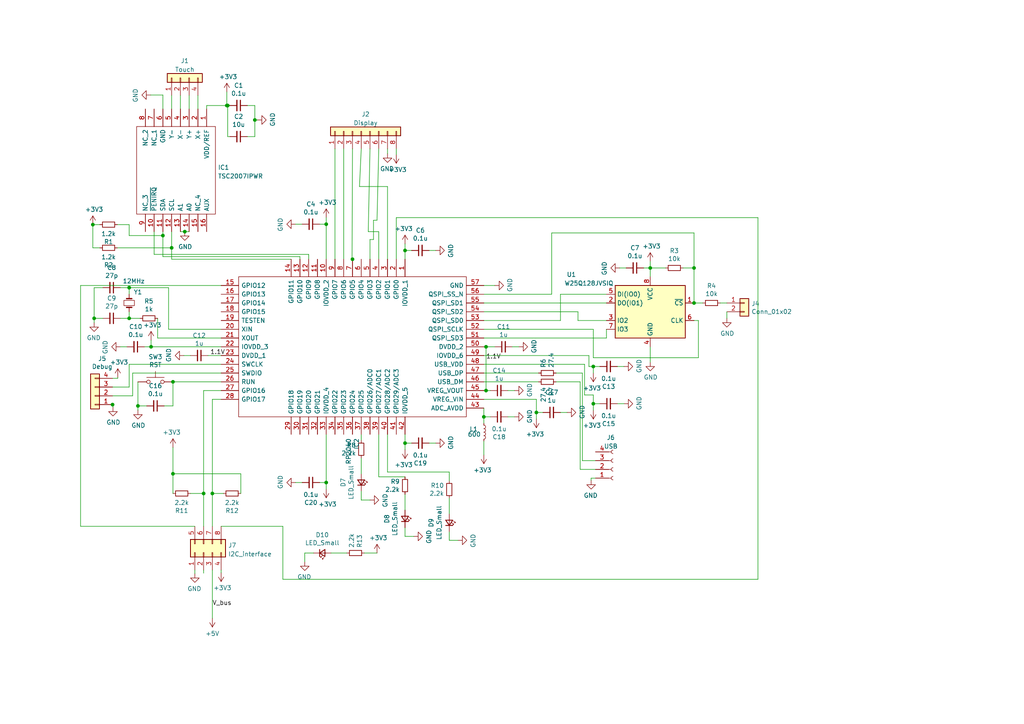
<source format=kicad_sch>
(kicad_sch (version 20211123) (generator eeschema)
  (paper "A4")
  (lib_symbols
    (symbol "Connector:Conn_01x04_Female" (pin_names (offset 1.016) hide)
      (property "Reference" "J" (at 0 5.08 0))
      (property "Value" "Conn_01x04_Female" (at 0 -7.62 0))
      (symbol "Conn_01x04_Female_1_1"
        (arc (start 0 -4.572) (mid -0.508 -5.08) (end 0 -5.588) (stroke (width 0.1524)))
        (arc (start 0 -2.032) (mid -0.508 -2.54) (end 0 -3.048) (stroke (width 0.1524)))
        (polyline (pts (xy -1.27 -5.08) (xy -0.508 -5.08)) (stroke (width 0.1524)))
        (polyline (pts (xy -1.27 -2.54) (xy -0.508 -2.54)) (stroke (width 0.1524)))
        (polyline (pts (xy -1.27 0) (xy -0.508 0)) (stroke (width 0.1524)))
        (polyline (pts (xy -1.27 2.54) (xy -0.508 2.54)) (stroke (width 0.1524)))
        (arc (start 0 0.508) (mid -0.508 0) (end 0 -0.508) (stroke (width 0.1524)))
        (arc (start 0 3.048) (mid -0.508 2.54) (end 0 2.032) (stroke (width 0.1524)))
        (pin passive line (at -5.08 2.54 0) (length 3.81) (name "Pin_1") (number "1"))
        (pin passive line (at -5.08 0 0) (length 3.81) (name "Pin_2") (number "2"))
        (pin passive line (at -5.08 -2.54 0) (length 3.81) (name "Pin_3") (number "3"))
        (pin passive line (at -5.08 -5.08 0) (length 3.81) (name "Pin_4") (number "4"))
      )
    )
    (symbol "Connector_Generic:Conn_01x02" (pin_names (offset 1.016) hide)
      (property "Reference" "J" (at 0 2.54 0))
      (property "Value" "Conn_01x02" (at 0 -5.08 0))
      (symbol "Conn_01x02_1_1"
        (rectangle (start -1.27 -2.413) (end 0 -2.667) (stroke (width 0.1524)))
        (rectangle (start -1.27 0.127) (end 0 -0.127) (stroke (width 0.1524)))
        (rectangle (start -1.27 1.27) (end 1.27 -3.81) (stroke (width 0.254)) (fill (type background)))
        (pin passive line (at -5.08 0 0) (length 3.81) (name "Pin_1") (number "1"))
        (pin passive line (at -5.08 -2.54 0) (length 3.81) (name "Pin_2") (number "2"))
      )
    )
    (symbol "Connector_Generic:Conn_01x04" (pin_names (offset 1.016) hide)
      (property "Reference" "J" (at 0 5.08 0))
      (property "Value" "Conn_01x04" (at 0 -7.62 0))
      (symbol "Conn_01x04_1_1"
        (rectangle (start -1.27 -4.953) (end 0 -5.207) (stroke (width 0.1524)))
        (rectangle (start -1.27 -2.413) (end 0 -2.667) (stroke (width 0.1524)))
        (rectangle (start -1.27 0.127) (end 0 -0.127) (stroke (width 0.1524)))
        (rectangle (start -1.27 2.667) (end 0 2.413) (stroke (width 0.1524)))
        (rectangle (start -1.27 3.81) (end 1.27 -6.35) (stroke (width 0.254)) (fill (type background)))
        (pin passive line (at -5.08 2.54 0) (length 3.81) (name "Pin_1") (number "1"))
        (pin passive line (at -5.08 0 0) (length 3.81) (name "Pin_2") (number "2"))
        (pin passive line (at -5.08 -2.54 0) (length 3.81) (name "Pin_3") (number "3"))
        (pin passive line (at -5.08 -5.08 0) (length 3.81) (name "Pin_4") (number "4"))
      )
    )
    (symbol "Connector_Generic:Conn_01x08" (pin_names (offset 1.016) hide)
      (property "Reference" "J" (at 0 10.16 0))
      (property "Value" "Conn_01x08" (at 0 -12.7 0))
      (symbol "Conn_01x08_1_1"
        (rectangle (start -1.27 -10.033) (end 0 -10.287) (stroke (width 0.1524)))
        (rectangle (start -1.27 -7.493) (end 0 -7.747) (stroke (width 0.1524)))
        (rectangle (start -1.27 -4.953) (end 0 -5.207) (stroke (width 0.1524)))
        (rectangle (start -1.27 -2.413) (end 0 -2.667) (stroke (width 0.1524)))
        (rectangle (start -1.27 0.127) (end 0 -0.127) (stroke (width 0.1524)))
        (rectangle (start -1.27 2.667) (end 0 2.413) (stroke (width 0.1524)))
        (rectangle (start -1.27 5.207) (end 0 4.953) (stroke (width 0.1524)))
        (rectangle (start -1.27 7.747) (end 0 7.493) (stroke (width 0.1524)))
        (rectangle (start -1.27 8.89) (end 1.27 -11.43) (stroke (width 0.254)) (fill (type background)))
        (pin passive line (at -5.08 7.62 0) (length 3.81) (name "Pin_1") (number "1"))
        (pin passive line (at -5.08 5.08 0) (length 3.81) (name "Pin_2") (number "2"))
        (pin passive line (at -5.08 2.54 0) (length 3.81) (name "Pin_3") (number "3"))
        (pin passive line (at -5.08 0 0) (length 3.81) (name "Pin_4") (number "4"))
        (pin passive line (at -5.08 -2.54 0) (length 3.81) (name "Pin_5") (number "5"))
        (pin passive line (at -5.08 -5.08 0) (length 3.81) (name "Pin_6") (number "6"))
        (pin passive line (at -5.08 -7.62 0) (length 3.81) (name "Pin_7") (number "7"))
        (pin passive line (at -5.08 -10.16 0) (length 3.81) (name "Pin_8") (number "8"))
      )
    )
    (symbol "Connector_Generic:Conn_02x04_Top_Bottom" (pin_names (offset 1.016) hide)
      (property "Reference" "J" (at 1.27 5.08 0))
      (property "Value" "Conn_02x04_Top_Bottom" (at 1.27 -7.62 0))
      (symbol "Conn_02x04_Top_Bottom_1_1"
        (rectangle (start -1.27 -4.953) (end 0 -5.207) (stroke (width 0.1524)))
        (rectangle (start -1.27 -2.413) (end 0 -2.667) (stroke (width 0.1524)))
        (rectangle (start -1.27 0.127) (end 0 -0.127) (stroke (width 0.1524)))
        (rectangle (start -1.27 2.667) (end 0 2.413) (stroke (width 0.1524)))
        (rectangle (start -1.27 3.81) (end 3.81 -6.35) (stroke (width 0.254)) (fill (type background)))
        (rectangle (start 3.81 -4.953) (end 2.54 -5.207) (stroke (width 0.1524)))
        (rectangle (start 3.81 -2.413) (end 2.54 -2.667) (stroke (width 0.1524)))
        (rectangle (start 3.81 0.127) (end 2.54 -0.127) (stroke (width 0.1524)))
        (rectangle (start 3.81 2.667) (end 2.54 2.413) (stroke (width 0.1524)))
        (pin passive line (at -5.08 2.54 0) (length 3.81) (name "Pin_1") (number "1"))
        (pin passive line (at -5.08 0 0) (length 3.81) (name "Pin_2") (number "2"))
        (pin passive line (at -5.08 -2.54 0) (length 3.81) (name "Pin_3") (number "3"))
        (pin passive line (at -5.08 -5.08 0) (length 3.81) (name "Pin_4") (number "4"))
        (pin passive line (at 7.62 2.54 180) (length 3.81) (name "Pin_5") (number "5"))
        (pin passive line (at 7.62 0 180) (length 3.81) (name "Pin_6") (number "6"))
        (pin passive line (at 7.62 -2.54 180) (length 3.81) (name "Pin_7") (number "7"))
        (pin passive line (at 7.62 -5.08 180) (length 3.81) (name "Pin_8") (number "8"))
      )
    )
    (symbol "Device:C_Small" (pin_numbers hide) (pin_names (offset 0.254) hide)
      (property "Reference" "C" (at 0.254 1.778 0))
      (property "Value" "C_Small" (at 0.254 -2.032 0))
      (symbol "C_Small_0_1"
        (polyline (pts (xy -1.524 -0.508) (xy 1.524 -0.508)) (stroke (width 0.3302)))
        (polyline (pts (xy -1.524 0.508) (xy 1.524 0.508)) (stroke (width 0.3048)))
      )
      (symbol "C_Small_1_1"
        (pin passive line (at 0 2.54 270) (length 2.032) (name "~") (number "1"))
        (pin passive line (at 0 -2.54 90) (length 2.032) (name "~") (number "2"))
      )
    )
    (symbol "Device:Crystal_Small" (pin_numbers hide) (pin_names (offset 1.016) hide)
      (property "Reference" "Y" (at 0 2.54 0))
      (property "Value" "Crystal_Small" (at 0 -2.54 0))
      (symbol "Crystal_Small_0_1"
        (rectangle (start -0.762 -1.524) (end 0.762 1.524))
        (polyline (pts (xy -1.27 -0.762) (xy -1.27 0.762)) (stroke (width 0.381)))
        (polyline (pts (xy 1.27 -0.762) (xy 1.27 0.762)) (stroke (width 0.381)))
      )
      (symbol "Crystal_Small_1_1"
        (pin passive line (at -2.54 0 0) (length 1.27) (name "1") (number "1"))
        (pin passive line (at 2.54 0 180) (length 1.27) (name "2") (number "2"))
      )
    )
    (symbol "Device:LED_Small" (pin_numbers hide) (pin_names (offset 0.254) hide)
      (property "Reference" "D" (at -1.27 3.175 0))
      (property "Value" "LED_Small" (at -4.445 -2.54 0))
      (symbol "LED_Small_0_1"
        (polyline (pts (xy -0.762 -1.016) (xy -0.762 1.016)) (stroke (width 0.254)))
        (polyline (pts (xy 1.016 0) (xy -0.762 0)))
        (polyline (pts (xy 0.762 -1.016) (xy -0.762 0) (xy 0.762 1.016) (xy 0.762 -1.016)) (stroke (width 0.254)))
        (polyline (pts (xy 0 0.762) (xy -0.508 1.27) (xy -0.254 1.27) (xy -0.508 1.27) (xy -0.508 1.016)))
        (polyline (pts (xy 0.508 1.27) (xy 0 1.778) (xy 0.254 1.778) (xy 0 1.778) (xy 0 1.524)))
      )
      (symbol "LED_Small_1_1"
        (pin passive line (at -2.54 0 0) (length 1.778) (name "K") (number "1"))
        (pin passive line (at 2.54 0 180) (length 1.778) (name "A") (number "2"))
      )
    )
    (symbol "Device:L_Small" (pin_numbers hide) (pin_names (offset 0.254) hide)
      (property "Reference" "L" (at 0.762 1.016 0))
      (property "Value" "L_Small" (at 0.762 -1.016 0))
      (symbol "L_Small_0_1"
        (arc (start 0 -2.032) (mid 0.508 -1.524) (end 0 -1.016))
        (arc (start 0 -1.016) (mid 0.508 -0.508) (end 0 0))
        (arc (start 0 0) (mid 0.508 0.508) (end 0 1.016))
        (arc (start 0 1.016) (mid 0.508 1.524) (end 0 2.032))
      )
      (symbol "L_Small_1_1"
        (pin passive line (at 0 2.54 270) (length 0.508) (name "~") (number "1"))
        (pin passive line (at 0 -2.54 90) (length 0.508) (name "~") (number "2"))
      )
    )
    (symbol "Device:R_Small" (pin_numbers hide) (pin_names (offset 0.254) hide)
      (property "Reference" "R" (at 0.762 0.508 0))
      (property "Value" "R_Small" (at 0.762 -1.016 0))
      (symbol "R_Small_0_1"
        (rectangle (start -0.762 1.778) (end 0.762 -1.778) (stroke (width 0.2032)))
      )
      (symbol "R_Small_1_1"
        (pin passive line (at 0 2.54 270) (length 0.762) (name "~") (number "1"))
        (pin passive line (at 0 -2.54 90) (length 0.762) (name "~") (number "2"))
      )
    )
    (symbol "Memory_Flash:W25Q32JVSS"
      (property "Reference" "U" (at -8.89 8.89 0))
      (property "Value" "W25Q32JVSS" (at 7.62 8.89 0))
      (symbol "W25Q32JVSS_0_1"
        (rectangle (start -10.16 7.62) (end 10.16 -7.62) (stroke (width 0.254)) (fill (type background)))
      )
      (symbol "W25Q32JVSS_1_1"
        (pin input line (at -12.7 2.54 0) (length 2.54) (name "~{CS}") (number "1"))
        (pin bidirectional line (at 12.7 2.54 180) (length 2.54) (name "DO(IO1)") (number "2"))
        (pin bidirectional line (at 12.7 -2.54 180) (length 2.54) (name "IO2") (number "3"))
        (pin power_in line (at 0 -10.16 90) (length 2.54) (name "GND") (number "4"))
        (pin bidirectional line (at 12.7 5.08 180) (length 2.54) (name "DI(IO0)") (number "5"))
        (pin input line (at -12.7 -2.54 0) (length 2.54) (name "CLK") (number "6"))
        (pin bidirectional line (at 12.7 -5.08 180) (length 2.54) (name "IO3") (number "7"))
        (pin power_in line (at 0 10.16 270) (length 2.54) (name "VCC") (number "8"))
      )
    )
    (symbol "Switch:SW_Push" (pin_numbers hide) (pin_names (offset 1.016) hide)
      (property "Reference" "SW" (at 1.27 2.54 0))
      (property "Value" "SW_Push" (at 0 -1.524 0))
      (symbol "SW_Push_0_1"
        (circle (center -2.032 0) (radius 0.508))
        (polyline (pts (xy 0 1.27) (xy 0 3.048)))
        (polyline (pts (xy 2.54 1.27) (xy -2.54 1.27)))
        (circle (center 2.032 0) (radius 0.508))
        (pin passive line (at -5.08 0 0) (length 2.54) (name "1") (number "1"))
        (pin passive line (at 5.08 0 180) (length 2.54) (name "2") (number "2"))
      )
    )
    (symbol "TSC2007IPWR:TSC2007IPWR" (pin_names (offset 0.762))
      (property "Reference" "IC" (at 31.75 7.62 0))
      (property "Value" "TSC2007IPWR" (at 31.75 5.08 0))
      (symbol "TSC2007IPWR_0_0"
        (pin passive line (at 0 0 0) (length 5.08) (name "VDD/REF") (number "1"))
        (pin passive line (at 35.56 -15.24 180) (length 5.08) (name "~{PENIRQ}") (number "10"))
        (pin passive line (at 35.56 -12.7 180) (length 5.08) (name "SDA") (number "11"))
        (pin passive line (at 35.56 -10.16 180) (length 5.08) (name "SCL") (number "12"))
        (pin passive line (at 35.56 -7.62 180) (length 5.08) (name "A1") (number "13"))
        (pin passive line (at 35.56 -5.08 180) (length 5.08) (name "A0") (number "14"))
        (pin passive line (at 35.56 -2.54 180) (length 5.08) (name "NC_4") (number "15"))
        (pin passive line (at 35.56 0 180) (length 5.08) (name "AUX") (number "16"))
        (pin passive line (at 0 -2.54 0) (length 5.08) (name "X+") (number "2"))
        (pin passive line (at 0 -5.08 0) (length 5.08) (name "Y+") (number "3"))
        (pin passive line (at 0 -7.62 0) (length 5.08) (name "X-") (number "4"))
        (pin passive line (at 0 -10.16 0) (length 5.08) (name "Y-") (number "5"))
        (pin passive line (at 0 -12.7 0) (length 5.08) (name "GND") (number "6"))
        (pin passive line (at 0 -15.24 0) (length 5.08) (name "NC_1") (number "7"))
        (pin passive line (at 0 -17.78 0) (length 5.08) (name "NC_2") (number "8"))
        (pin passive line (at 35.56 -17.78 180) (length 5.08) (name "NC_3") (number "9"))
      )
      (symbol "TSC2007IPWR_0_1"
        (polyline (pts (xy 5.08 2.54) (xy 30.48 2.54) (xy 30.48 -20.32) (xy 5.08 -20.32) (xy 5.08 2.54)) (stroke (width 0.1524)))
      )
    )
    (symbol "VNA-rescue:+3.3V-power" (power) (pin_names (offset 0))
      (property "Value" "+3.3V-power" (at 0 3.556 0))
      (symbol "+3.3V-power_0_1"
        (polyline (pts (xy -0.762 1.27) (xy 0 2.54)))
        (polyline (pts (xy 0 0) (xy 0 2.54)))
        (polyline (pts (xy 0 2.54) (xy 0.762 1.27)))
      )
      (symbol "+3.3V-power_1_1"
        (pin power_in line (at 0 0 90) (length 0) hide (name "+3V3") (number "1"))
      )
    )
    (symbol "VNA-rescue:RP2040-RP2040" (pin_names (offset 0.762))
      (property "Reference" "IC" (at 46.99 22.86 0))
      (property "Value" "RP2040-RP2040" (at 46.99 20.32 0))
      (symbol "RP2040-RP2040_0_0"
        (pin passive line (at 0 0 0) (length 5.08) (name "IOVDD_1") (number "1"))
        (pin passive line (at 0 -22.86 0) (length 5.08) (name "IOVDD_2") (number "10"))
        (pin passive line (at 0 -25.4 0) (length 5.08) (name "GPIO8") (number "11"))
        (pin passive line (at 0 -27.94 0) (length 5.08) (name "GPIO9") (number "12"))
        (pin passive line (at 0 -30.48 0) (length 5.08) (name "GPIO10") (number "13"))
        (pin passive line (at 0 -33.02 0) (length 5.08) (name "GPIO11") (number "14"))
        (pin passive line (at 7.62 -53.34 90) (length 5.08) (name "GPIO12") (number "15"))
        (pin passive line (at 10.16 -53.34 90) (length 5.08) (name "GPIO13") (number "16"))
        (pin passive line (at 12.7 -53.34 90) (length 5.08) (name "GPIO14") (number "17"))
        (pin passive line (at 15.24 -53.34 90) (length 5.08) (name "GPIO15") (number "18"))
        (pin passive line (at 17.78 -53.34 90) (length 5.08) (name "TESTEN") (number "19"))
        (pin passive line (at 0 -2.54 0) (length 5.08) (name "GPIO0") (number "2"))
        (pin passive line (at 20.32 -53.34 90) (length 5.08) (name "XIN") (number "20"))
        (pin passive line (at 22.86 -53.34 90) (length 5.08) (name "XOUT") (number "21"))
        (pin passive line (at 25.4 -53.34 90) (length 5.08) (name "IOVDD_3") (number "22"))
        (pin passive line (at 27.94 -53.34 90) (length 5.08) (name "DVDD_1") (number "23"))
        (pin passive line (at 30.48 -53.34 90) (length 5.08) (name "SWCLK") (number "24"))
        (pin passive line (at 33.02 -53.34 90) (length 5.08) (name "SWDIO") (number "25"))
        (pin passive line (at 35.56 -53.34 90) (length 5.08) (name "RUN") (number "26"))
        (pin passive line (at 38.1 -53.34 90) (length 5.08) (name "GPIO16") (number "27"))
        (pin passive line (at 40.64 -53.34 90) (length 5.08) (name "GPIO17") (number "28"))
        (pin passive line (at 50.8 -33.02 180) (length 5.08) (name "GPIO18") (number "29"))
        (pin passive line (at 0 -5.08 0) (length 5.08) (name "GPIO1") (number "3"))
        (pin passive line (at 50.8 -30.48 180) (length 5.08) (name "GPIO19") (number "30"))
        (pin passive line (at 50.8 -27.94 180) (length 5.08) (name "GPIO20") (number "31"))
        (pin passive line (at 50.8 -25.4 180) (length 5.08) (name "GPIO21") (number "32"))
        (pin passive line (at 50.8 -22.86 180) (length 5.08) (name "IOVDD_4") (number "33"))
        (pin passive line (at 50.8 -20.32 180) (length 5.08) (name "GPIO22") (number "34"))
        (pin passive line (at 50.8 -17.78 180) (length 5.08) (name "GPIO23") (number "35"))
        (pin passive line (at 50.8 -15.24 180) (length 5.08) (name "GPIO24") (number "36"))
        (pin passive line (at 50.8 -12.7 180) (length 5.08) (name "GPIO25") (number "37"))
        (pin passive line (at 50.8 -10.16 180) (length 5.08) (name "GPIO26/ADC0") (number "38"))
        (pin passive line (at 50.8 -7.62 180) (length 5.08) (name "GPIO27/ADC1") (number "39"))
        (pin passive line (at 0 -7.62 0) (length 5.08) (name "GPIO2") (number "4"))
        (pin passive line (at 50.8 -5.08 180) (length 5.08) (name "GPIO28/ADC2") (number "40"))
        (pin passive line (at 50.8 -2.54 180) (length 5.08) (name "GPIO29/ADC3") (number "41"))
        (pin passive line (at 50.8 0 180) (length 5.08) (name "IOVDD_5") (number "42"))
        (pin passive line (at 43.18 22.86 270) (length 5.08) (name "ADC_AVDD") (number "43"))
        (pin passive line (at 40.64 22.86 270) (length 5.08) (name "VREG_VIN") (number "44"))
        (pin passive line (at 38.1 22.86 270) (length 5.08) (name "VREG_VOUT") (number "45"))
        (pin passive line (at 35.56 22.86 270) (length 5.08) (name "USB_DM") (number "46"))
        (pin passive line (at 33.02 22.86 270) (length 5.08) (name "USB_DP") (number "47"))
        (pin passive line (at 30.48 22.86 270) (length 5.08) (name "USB_VDD") (number "48"))
        (pin passive line (at 27.94 22.86 270) (length 5.08) (name "IOVDD_6") (number "49"))
        (pin passive line (at 0 -10.16 0) (length 5.08) (name "GPIO3") (number "5"))
        (pin passive line (at 25.4 22.86 270) (length 5.08) (name "DVDD_2") (number "50"))
        (pin passive line (at 22.86 22.86 270) (length 5.08) (name "QSPI_SD3") (number "51"))
        (pin passive line (at 20.32 22.86 270) (length 5.08) (name "QSPI_SCLK") (number "52"))
        (pin passive line (at 17.78 22.86 270) (length 5.08) (name "QSPI_SD0") (number "53"))
        (pin passive line (at 15.24 22.86 270) (length 5.08) (name "QSPI_SD2") (number "54"))
        (pin passive line (at 12.7 22.86 270) (length 5.08) (name "QSPI_SD1") (number "55"))
        (pin passive line (at 10.16 22.86 270) (length 5.08) (name "QSPI_SS_N") (number "56"))
        (pin passive line (at 7.62 22.86 270) (length 5.08) (name "GND") (number "57"))
        (pin passive line (at 0 -12.7 0) (length 5.08) (name "GPIO4") (number "6"))
        (pin passive line (at 0 -15.24 0) (length 5.08) (name "GPIO5") (number "7"))
        (pin passive line (at 0 -17.78 0) (length 5.08) (name "GPIO6") (number "8"))
        (pin passive line (at 0 -20.32 0) (length 5.08) (name "GPIO7") (number "9"))
      )
      (symbol "RP2040-RP2040_0_1"
        (polyline (pts (xy 5.08 17.78) (xy 45.72 17.78) (xy 45.72 -48.26) (xy 5.08 -48.26) (xy 5.08 17.78)) (stroke (width 0.1524)))
      )
    )
    (symbol "power:+5V" (power) (pin_names (offset 0))
      (property "Value" "+5V" (at 0 3.556 0))
      (symbol "+5V_0_1"
        (polyline (pts (xy -0.762 1.27) (xy 0 2.54)))
        (polyline (pts (xy 0 0) (xy 0 2.54)))
        (polyline (pts (xy 0 2.54) (xy 0.762 1.27)))
      )
      (symbol "+5V_1_1"
        (pin power_in line (at 0 0 90) (length 0) hide (name "+5V") (number "1"))
      )
    )
    (symbol "power:GND" (power) (pin_names (offset 0))
      (property "Value" "GND" (at 0 -3.81 0))
      (symbol "GND_0_1"
        (polyline (pts (xy 0 0) (xy 0 -1.27) (xy 1.27 -1.27) (xy 0 -2.54) (xy -1.27 -1.27) (xy 0 -1.27)))
      )
      (symbol "GND_1_1"
        (pin power_in line (at 0 0 270) (length 0) hide (name "GND") (number "1"))
      )
    )
  )
  (junction (at 50.165 137.414))
  (junction (at 117.475 128.524))
  (junction (at 65.786 30.607))
  (junction (at 27.305 92.329))
  (junction (at 117.475 72.644))
  (junction (at 53.594 67.183))
  (junction (at 172.085 117.094))
  (junction (at 40.005 117.729))
  (junction (at 37.465 83.439))
  (junction (at 61.595 143.129))
  (junction (at 49.784 71.882))
  (junction (at 140.97 113.284))
  (junction (at 32.639 117.348))
  (junction (at 66.04 30.607))
  (junction (at 73.914 34.798))
  (junction (at 26.924 65.151))
  (junction (at 94.615 65.024))
  (junction (at 50.165 110.744))
  (junction (at 59.055 143.129))
  (junction (at 172.085 106.299))
  (junction (at 155.575 119.634))
  (junction (at 188.595 77.724))
  (junction (at 201.295 77.724))
  (junction (at 47.244 68.326))
  (junction (at 37.465 92.329))
  (junction (at 201.295 87.884))
  (junction (at 140.97 100.584))
  (junction (at 102.235 75.184))
  (junction (at 94.615 139.954))
  (junction (at 43.815 100.584))
  (junction (at 140.335 120.904))
  (wire (pts (xy 53.594 67.183) (xy 54.864 67.183)))
  (wire (pts (xy 210.82 87.884) (xy 208.915 87.884)))
  (wire (pts (xy 107.315 145.034) (xy 104.775 145.034)))
  (wire (pts (xy 112.395 43.18) (xy 112.395 44.577)))
  (wire (pts (xy 48.895 83.439) (xy 37.465 83.439)))
  (wire (pts (xy 112.395 54.102) (xy 104.267 54.102)))
  (wire (pts (xy 170.815 103.124) (xy 140.335 103.124)))
  (wire (pts (xy 94.615 141.859) (xy 94.615 139.954)))
  (wire (pts (xy 104.775 137.414) (xy 104.775 132.842)))
  (wire (pts (xy 140.335 98.044) (xy 175.895 98.044)))
  (wire (pts (xy 88.392 160.401) (xy 90.932 160.401)))
  (wire (pts (xy 86.995 75.184) (xy 86.995 74.422)))
  (wire (pts (xy 114.935 43.18) (xy 114.935 44.831)))
  (wire (pts (xy 59.055 165.354) (xy 59.055 166.243)))
  (wire (pts (xy 94.615 65.024) (xy 94.615 75.184)))
  (wire (pts (xy 61.595 115.824) (xy 64.135 115.824)))
  (wire (pts (xy 168.91 133.604) (xy 168.91 108.204)))
  (wire (pts (xy 32.766 117.348) (xy 32.639 117.348)))
  (wire (pts (xy 50.165 137.414) (xy 50.165 129.794)))
  (wire (pts (xy 50.165 143.129) (xy 50.165 137.414)))
  (wire (pts (xy 112.395 75.184) (xy 112.395 54.102)))
  (wire (pts (xy 26.924 71.882) (xy 26.924 65.151)))
  (wire (pts (xy 64.77 143.129) (xy 61.595 143.129)))
  (wire (pts (xy 52.324 27.686) (xy 52.324 31.623)))
  (wire (pts (xy 82.042 152.654) (xy 64.135 152.654)))
  (wire (pts (xy 37.465 85.344) (xy 37.465 83.439)))
  (wire (pts (xy 102.235 43.18) (xy 102.108 75.184)))
  (wire (pts (xy 160.02 85.344) (xy 140.335 85.344)))
  (wire (pts (xy 69.85 143.129) (xy 69.85 137.414)))
  (wire (pts (xy 170.815 106.299) (xy 170.815 103.124)))
  (wire (pts (xy 37.465 92.329) (xy 37.465 90.424)))
  (wire (pts (xy 172.72 136.144) (xy 168.275 136.144)))
  (wire (pts (xy 160.02 67.564) (xy 160.02 85.344)))
  (wire (pts (xy 124.46 72.644) (xy 126.365 72.644)))
  (wire (pts (xy 219.837 168.021) (xy 82.042 168.021)))
  (wire (pts (xy 168.91 108.204) (xy 161.29 108.204)))
  (wire (pts (xy 59.055 113.284) (xy 59.055 143.129)))
  (wire (pts (xy 140.97 113.284) (xy 140.97 100.584)))
  (wire (pts (xy 47.244 74.422) (xy 47.244 68.326)))
  (wire (pts (xy 44.704 73.787) (xy 44.704 67.183)))
  (wire (pts (xy 203.835 87.884) (xy 201.295 87.884)))
  (wire (pts (xy 117.475 72.644) (xy 117.475 75.184)))
  (wire (pts (xy 172.085 118.999) (xy 172.085 117.094)))
  (wire (pts (xy 140.335 127.889) (xy 140.335 131.953)))
  (wire (pts (xy 23.368 82.804) (xy 23.368 152.654)))
  (wire (pts (xy 157.48 119.634) (xy 155.575 119.634)))
  (wire (pts (xy 94.615 63.119) (xy 94.615 65.024)))
  (wire (pts (xy 34.163 109.728) (xy 32.639 109.728)))
  (wire (pts (xy 155.575 121.539) (xy 155.575 119.634)))
  (wire (pts (xy 64.135 165.354) (xy 64.135 166.116)))
  (wire (pts (xy 188.595 77.724) (xy 188.595 80.264)))
  (wire (pts (xy 117.475 155.575) (xy 117.475 153.035)))
  (wire (pts (xy 156.21 110.744) (xy 140.335 110.744)))
  (wire (pts (xy 188.595 105.029) (xy 188.595 100.584)))
  (wire (pts (xy 64.135 103.124) (xy 60.325 103.124)))
  (wire (pts (xy 40.005 110.744) (xy 40.005 117.729)))
  (wire (pts (xy 48.895 95.504) (xy 48.895 83.439)))
  (wire (pts (xy 89.535 75.184) (xy 89.535 73.787)))
  (wire (pts (xy 45.72 92.329) (xy 45.72 98.044)))
  (wire (pts (xy 140.335 90.424) (xy 167.64 90.424)))
  (wire (pts (xy 27.305 83.439) (xy 29.845 83.439)))
  (wire (pts (xy 40.005 118.999) (xy 40.005 117.729)))
  (wire (pts (xy 86.995 74.422) (xy 47.244 74.422)))
  (wire (pts (xy 202.565 103.759) (xy 202.565 92.964)))
  (wire (pts (xy 36.83 100.584) (xy 34.925 100.584)))
  (wire (pts (xy 198.12 77.724) (xy 201.295 77.724)))
  (wire (pts (xy 34.925 92.329) (xy 37.465 92.329)))
  (wire (pts (xy 65.786 26.67) (xy 65.786 30.607)))
  (wire (pts (xy 38.481 108.204) (xy 38.481 114.808)))
  (wire (pts (xy 117.475 70.739) (xy 117.475 72.644)))
  (wire (pts (xy 117.475 128.524) (xy 117.475 125.984)))
  (wire (pts (xy 27.305 93.599) (xy 27.305 92.329)))
  (wire (pts (xy 47.244 68.326) (xy 47.244 67.183)))
  (wire (pts (xy 108.331 69.469) (xy 107.315 69.469)))
  (wire (pts (xy 173.99 117.094) (xy 172.085 117.094)))
  (wire (pts (xy 172.72 133.604) (xy 168.91 133.604)))
  (wire (pts (xy 171.45 139.319) (xy 171.45 138.684)))
  (wire (pts (xy 47.244 68.326) (xy 37.465 68.326)))
  (wire (pts (xy 94.615 125.984) (xy 94.615 139.954)))
  (wire (pts (xy 61.595 115.824) (xy 61.595 143.129)))
  (wire (pts (xy 45.72 98.044) (xy 64.135 98.044)))
  (wire (pts (xy 89.535 73.787) (xy 44.704 73.787)))
  (wire (pts (xy 169.545 114.554) (xy 169.545 105.664)))
  (wire (pts (xy 66.04 39.624) (xy 66.04 30.607)))
  (wire (pts (xy 37.465 83.439) (xy 34.925 83.439)))
  (wire (pts (xy 140.335 95.504) (xy 172.085 95.504)))
  (wire (pts (xy 179.07 106.299) (xy 180.975 106.299)))
  (wire (pts (xy 193.04 77.724) (xy 188.595 77.724)))
  (wire (pts (xy 32.766 118.11) (xy 32.766 117.348)))
  (wire (pts (xy 47.244 31.623) (xy 47.244 27.559)))
  (wire (pts (xy 66.04 30.607) (xy 66.675 30.607)))
  (wire (pts (xy 112.395 136.906) (xy 112.395 125.984)))
  (wire (pts (xy 66.675 39.624) (xy 66.04 39.624)))
  (wire (pts (xy 49.784 75.184) (xy 49.784 71.882)))
  (wire (pts (xy 59.055 143.129) (xy 59.055 152.654)))
  (wire (pts (xy 114.935 75.184) (xy 114.935 63.119)))
  (wire (pts (xy 82.042 168.021) (xy 82.042 152.654)))
  (wire (pts (xy 130.302 136.906) (xy 112.395 136.906)))
  (wire (pts (xy 59.055 113.284) (xy 64.135 113.284)))
  (wire (pts (xy 173.99 106.299) (xy 172.085 106.299)))
  (wire (pts (xy 168.275 136.144) (xy 168.275 110.744)))
  (wire (pts (xy 140.335 122.809) (xy 140.335 120.904)))
  (wire (pts (xy 106.807 67.183) (xy 109.855 67.183)))
  (wire (pts (xy 64.135 108.204) (xy 38.481 108.204)))
  (wire (pts (xy 34.036 71.882) (xy 49.784 71.882)))
  (wire (pts (xy 155.575 115.824) (xy 155.575 119.634)))
  (wire (pts (xy 104.267 54.102) (xy 104.775 43.18)))
  (wire (pts (xy 61.595 143.129) (xy 61.595 152.654)))
  (wire (pts (xy 38.481 114.808) (xy 32.639 114.808)))
  (wire (pts (xy 23.368 152.654) (xy 56.515 152.654)))
  (wire (pts (xy 147.32 120.904) (xy 149.225 120.904)))
  (wire (pts (xy 104.775 145.034) (xy 104.775 142.494)))
  (wire (pts (xy 120.015 155.575) (xy 117.475 155.575)))
  (wire (pts (xy 201.295 67.564) (xy 160.02 67.564)))
  (wire (pts (xy 169.545 105.664) (xy 140.335 105.664)))
  (wire (pts (xy 172.085 95.504) (xy 172.085 103.759)))
  (wire (pts (xy 97.155 43.18) (xy 97.155 75.184)))
  (wire (pts (xy 109.855 43.18) (xy 109.347 63.881)))
  (wire (pts (xy 34.163 109.474) (xy 34.163 109.728)))
  (wire (pts (xy 57.404 27.686) (xy 57.404 31.623)))
  (wire (pts (xy 32.639 112.268) (xy 37.465 112.268)))
  (wire (pts (xy 92.71 65.024) (xy 94.615 65.024)))
  (wire (pts (xy 64.135 110.744) (xy 50.165 110.744)))
  (wire (pts (xy 162.56 92.964) (xy 162.56 85.344)))
  (wire (pts (xy 109.855 138.303) (xy 109.855 125.984)))
  (wire (pts (xy 167.64 92.964) (xy 175.895 92.964)))
  (wire (pts (xy 107.315 69.469) (xy 107.315 75.184)))
  (wire (pts (xy 73.914 34.798) (xy 73.914 30.607)))
  (wire (pts (xy 140.335 120.904) (xy 140.335 118.364)))
  (wire (pts (xy 140.335 108.204) (xy 156.21 108.204)))
  (wire (pts (xy 202.565 92.964) (xy 201.295 92.964)))
  (wire (pts (xy 47.625 117.729) (xy 50.165 117.729)))
  (wire (pts (xy 143.51 82.804) (xy 140.335 82.804)))
  (wire (pts (xy 73.914 30.607) (xy 71.755 30.607)))
  (wire (pts (xy 172.085 108.204) (xy 172.085 106.299)))
  (wire (pts (xy 37.465 112.268) (xy 37.465 105.664)))
  (wire (pts (xy 71.755 39.624) (xy 73.914 39.624)))
  (wire (pts (xy 37.465 65.151) (xy 34.036 65.151)))
  (wire (pts (xy 55.245 103.124) (xy 53.34 103.124)))
  (wire (pts (xy 50.165 117.729) (xy 50.165 110.744)))
  (wire (pts (xy 219.837 63.119) (xy 219.837 168.021)))
  (wire (pts (xy 59.944 31.623) (xy 59.944 30.607)))
  (wire (pts (xy 167.64 90.424) (xy 167.64 92.964)))
  (wire (pts (xy 171.45 138.684) (xy 172.72 138.684)))
  (wire (pts (xy 29.845 92.329) (xy 27.305 92.329)))
  (wire (pts (xy 41.91 100.584) (xy 43.815 100.584)))
  (wire (pts (xy 117.475 72.644) (xy 119.38 72.644)))
  (wire (pts (xy 168.275 110.744) (xy 161.29 110.744)))
  (wire (pts (xy 124.46 128.524) (xy 126.365 128.524)))
  (wire (pts (xy 47.244 27.559) (xy 43.688 27.559)))
  (wire (pts (xy 181.61 77.724) (xy 179.705 77.724)))
  (wire (pts (xy 142.24 120.904) (xy 140.335 120.904)))
  (wire (pts (xy 188.595 75.819) (xy 188.595 77.724)))
  (wire (pts (xy 61.595 165.354) (xy 61.595 179.324)))
  (wire (pts (xy 117.475 138.303) (xy 109.855 138.303)))
  (wire (pts (xy 104.775 125.984) (xy 104.775 127.762)))
  (wire (pts (xy 130.302 139.446) (xy 130.302 136.906)))
  (wire (pts (xy 64.135 82.804) (xy 23.368 82.804)))
  (wire (pts (xy 37.465 105.664) (xy 64.135 105.664)))
  (wire (pts (xy 59.944 30.607) (xy 65.786 30.607)))
  (wire (pts (xy 52.324 67.183) (xy 53.594 67.183)))
  (wire (pts (xy 69.85 137.414) (xy 50.165 137.414)))
  (wire (pts (xy 84.455 75.184) (xy 49.784 75.184)))
  (wire (pts (xy 99.695 43.18) (xy 99.695 75.184)))
  (wire (pts (xy 73.914 34.798) (xy 74.676 34.798)))
  (wire (pts (xy 142.24 113.284) (xy 140.97 113.284)))
  (wire (pts (xy 172.085 103.759) (xy 202.565 103.759)))
  (wire (pts (xy 92.71 139.954) (xy 94.615 139.954)))
  (wire (pts (xy 109.855 67.183) (xy 109.855 75.184)))
  (wire (pts (xy 179.07 117.094) (xy 180.975 117.094)))
  (wire (pts (xy 201.295 87.884) (xy 201.295 77.724)))
  (wire (pts (xy 132.842 156.718) (xy 130.302 156.718)))
  (wire (pts (xy 49.784 71.882) (xy 49.784 67.183)))
  (wire (pts (xy 87.63 139.954) (xy 85.725 139.954)))
  (wire (pts (xy 143.51 100.584) (xy 140.97 100.584)))
  (wire (pts (xy 172.085 117.094) (xy 172.085 114.554)))
  (wire (pts (xy 88.392 162.941) (xy 88.392 160.401)))
  (wire (pts (xy 43.815 98.679) (xy 43.815 100.584)))
  (wire (pts (xy 155.575 115.824) (xy 140.335 115.824)))
  (wire (pts (xy 109.347 63.881) (xy 108.331 63.881)))
  (wire (pts (xy 162.56 85.344) (xy 175.895 85.344)))
  (wire (pts (xy 73.914 39.624) (xy 73.914 34.798)))
  (wire (pts (xy 40.64 92.329) (xy 37.465 92.329)))
  (wire (pts (xy 210.82 92.329) (xy 210.82 90.424)))
  (wire (pts (xy 37.465 68.326) (xy 37.465 65.151)))
  (wire (pts (xy 117.475 130.429) (xy 117.475 128.524)))
  (wire (pts (xy 43.815 100.584) (xy 64.135 100.584)))
  (wire (pts (xy 28.956 71.882) (xy 26.924 71.882)))
  (wire (pts (xy 27.305 92.329) (xy 27.305 83.439)))
  (wire (pts (xy 148.59 100.584) (xy 150.495 100.584)))
  (wire (pts (xy 140.335 87.884) (xy 175.895 87.884)))
  (wire (pts (xy 186.69 77.724) (xy 188.595 77.724)))
  (wire (pts (xy 140.335 92.964) (xy 162.56 92.964)))
  (wire (pts (xy 175.895 98.044) (xy 175.895 95.504)))
  (wire (pts (xy 130.302 156.718) (xy 130.302 154.178)))
  (wire (pts (xy 26.924 65.151) (xy 28.956 65.151)))
  (wire (pts (xy 172.085 114.554) (xy 169.545 114.554)))
  (wire (pts (xy 172.085 106.299) (xy 170.815 106.299)))
  (wire (pts (xy 140.97 113.284) (xy 140.335 113.284)))
  (wire (pts (xy 140.97 100.584) (xy 140.335 100.584)))
  (wire (pts (xy 162.56 119.634) (xy 164.465 119.634)))
  (wire (pts (xy 54.864 27.686) (xy 54.864 31.623)))
  (wire (pts (xy 56.515 165.354) (xy 56.515 166.37)))
  (wire (pts (xy 49.784 27.686) (xy 49.784 31.623)))
  (wire (pts (xy 40.005 117.729) (xy 42.545 117.729)))
  (wire (pts (xy 130.302 149.098) (xy 130.302 144.526)))
  (wire (pts (xy 201.295 77.724) (xy 201.295 67.564)))
  (wire (pts (xy 107.315 43.18) (xy 106.807 67.183)))
  (wire (pts (xy 108.331 63.881) (xy 108.331 69.469)))
  (wire (pts (xy 87.63 65.024) (xy 85.725 65.024)))
  (wire (pts (xy 64.135 95.504) (xy 48.895 95.504)))
  (wire (pts (xy 102.108 75.184) (xy 102.235 75.184)))
  (wire (pts (xy 105.664 160.401) (xy 109.347 160.401)))
  (wire (pts (xy 96.012 160.401) (xy 100.584 160.401)))
  (wire (pts (xy 119.38 128.524) (xy 117.475 128.524)))
  (wire (pts (xy 147.32 113.284) (xy 149.225 113.284)))
  (wire (pts (xy 55.245 143.129) (xy 59.055 143.129)))
  (wire (pts (xy 114.935 63.119) (xy 219.837 63.119)))
  (wire (pts (xy 65.786 30.607) (xy 66.04 30.607)))
  (wire (pts (xy 117.475 147.955) (xy 117.475 143.383)))
  (label "V_bus" (at 61.595 175.895 0))
  (label "1.1V" (at 140.97 104.394 0))
  (label "1.1V" (at 60.96 103.124 0))
  (symbol (lib_id "VNA-rescue:RP2040-RP2040") (at 117.475 75.184 270) (unit 1)
    (property "Reference" "IC2" (at 103.4034 127.1016 0) (effects (justify left)))
    (property "Value" "RP2040" (at 101.092 127.1016 0) (effects (justify left)))
    (property "Footprint" "RP2040:QFN40P700X700X90-57N-D" (effects hide))
    (property "Datasheet" "https://datasheets.raspberrypi.org/rp2040/rp2040-datasheet.pdf" (effects hide))
    (property "Description" "Microcontroller in QFN Package" (effects hide))
    (property "Height" "0.9" (effects hide))
    (property "Manufacturer_Name" "RASPBERRY-PI" (effects hide))
    (property "Manufacturer_Part_Number" "RP2040" (effects hide))
  )
  (symbol (lib_id "Device:R_Small") (at 158.75 110.744 270) (unit 1)
    (property "Reference" "R7" (at 159.9184 112.2426 0) (effects (justify left)))
    (property "Value" "27.4" (at 157.607 112.2426 0) (effects (justify left)))
    (property "Footprint" "Resistor_SMD:R_0805_2012Metric_Pad1.20x1.40mm_HandSolder" (effects hide))
  )
  (symbol (lib_id "Device:R_Small") (at 158.75 108.204 90) (unit 1)
    (property "Reference" "R6" (at 157.5816 106.7054 0) (effects (justify left)))
    (property "Value" "27.4" (at 159.893 106.7054 0) (effects (justify left)))
    (property "Footprint" "Resistor_SMD:R_0805_2012Metric_Pad1.20x1.40mm_HandSolder" (effects hide))
  )
  (symbol (lib_id "Memory_Flash:W25Q32JVSS") (at 188.595 90.424 0) (mirror y) (unit 1)
    (property "Reference" "U1" (at 165.735 79.629 0))
    (property "Value" "W25Q128JVSIQ" (at 170.815 82.169 0))
    (property "Footprint" "Package_SO:SOP-8_5.28x5.23mm_P1.27mm" (effects hide))
    (property "Datasheet" "http://www.winbond.com/resource-files/w25q32jv%20revg%2003272018%20plus.pdf" (effects hide))
  )
  (symbol (lib_id "Device:R_Small") (at 195.58 77.724 270) (unit 1)
    (property "Reference" "R3" (at 195.58 72.7456 90))
    (property "Value" "10k" (at 195.58 75.057 90))
    (property "Footprint" "Resistor_SMD:R_0805_2012Metric_Pad1.20x1.40mm_HandSolder" (effects hide))
  )
  (symbol (lib_id "Device:R_Small") (at 206.375 87.884 270) (unit 1)
    (property "Reference" "R4" (at 206.375 82.9056 90))
    (property "Value" "10k" (at 206.375 85.217 90))
    (property "Footprint" "Resistor_SMD:R_0805_2012Metric_Pad1.20x1.40mm_HandSolder" (effects hide))
  )
  (symbol (lib_id "Connector_Generic:Conn_01x02") (at 215.9 87.884 0) (unit 1)
    (property "Reference" "J4" (at 217.932 88.0872 0) (effects (justify left)))
    (property "Value" "Conn_01x02" (at 217.932 90.3986 0) (effects (justify left)))
    (property "Footprint" "Button_Switch_SMD:SW_SPST_B3S-1000" (effects hide))
  )
  (symbol (lib_id "power:GND") (at 210.82 92.329 0) (unit 1)
    (property "Reference" "#PWR018" (effects hide))
    (property "Value" "GND" (at 210.947 96.7232 0))
  )
  (symbol (lib_id "power:GND") (at 188.595 105.029 0) (unit 1)
    (property "Reference" "#PWR024" (effects hide))
    (property "Value" "GND" (at 188.722 109.4232 0))
  )
  (symbol (lib_id "power:GND") (at 179.705 77.724 270) (unit 1)
    (property "Reference" "#PWR016" (effects hide))
    (property "Value" "GND" (at 175.3108 77.851 0))
  )
  (symbol (lib_id "Device:C_Small") (at 184.15 77.724 270) (unit 1)
    (property "Reference" "C7" (at 184.15 71.9074 90))
    (property "Value" "0.1u" (at 184.15 74.2188 90))
    (property "Footprint" "Capacitor_SMD:C_0805_2012Metric_Pad1.18x1.45mm_HandSolder" (effects hide))
  )
  (symbol (lib_id "VNA-rescue:+3.3V-power") (at 188.595 75.819 0) (unit 1)
    (property "Reference" "#PWR015" (effects hide))
    (property "Value" "+3.3V" (at 188.976 71.4248 0))
  )
  (symbol (lib_id "power:GND") (at 85.725 65.024 270) (unit 1)
    (property "Reference" "#PWR010" (effects hide))
    (property "Value" "GND" (at 81.3308 65.151 0))
  )
  (symbol (lib_id "Device:C_Small") (at 90.17 65.024 270) (unit 1)
    (property "Reference" "C4" (at 90.17 59.2074 90))
    (property "Value" "0.1u" (at 90.17 61.5188 90))
    (property "Footprint" "Capacitor_SMD:C_0805_2012Metric_Pad1.18x1.45mm_HandSolder" (effects hide))
  )
  (symbol (lib_id "VNA-rescue:+3.3V-power") (at 94.615 63.119 0) (unit 1)
    (property "Reference" "#PWR09" (effects hide))
    (property "Value" "+3.3V" (at 94.996 58.7248 0))
  )
  (symbol (lib_id "power:GND") (at 126.365 72.644 90) (mirror x) (unit 1)
    (property "Reference" "#PWR014" (effects hide))
    (property "Value" "GND" (at 130.7592 72.771 0))
  )
  (symbol (lib_id "Device:C_Small") (at 121.92 72.644 90) (mirror x) (unit 1)
    (property "Reference" "C6" (at 121.92 66.8274 90))
    (property "Value" "0.1u" (at 121.92 69.1388 90))
    (property "Footprint" "Capacitor_SMD:C_0805_2012Metric_Pad1.18x1.45mm_HandSolder" (effects hide))
  )
  (symbol (lib_id "VNA-rescue:+3.3V-power") (at 117.475 70.739 0) (mirror y) (unit 1)
    (property "Reference" "#PWR012" (effects hide))
    (property "Value" "+3.3V" (at 117.094 66.3448 0))
  )
  (symbol (lib_id "power:GND") (at 34.925 100.584 270) (unit 1)
    (property "Reference" "#PWR021" (effects hide))
    (property "Value" "GND" (at 30.5308 100.711 0))
  )
  (symbol (lib_id "Device:C_Small") (at 39.37 100.584 270) (unit 1)
    (property "Reference" "C10" (at 39.37 94.7674 90))
    (property "Value" "0.1u" (at 39.37 97.0788 90))
    (property "Footprint" "Capacitor_SMD:C_0805_2012Metric_Pad1.18x1.45mm_HandSolder" (effects hide))
  )
  (symbol (lib_id "VNA-rescue:+3.3V-power") (at 43.815 98.679 0) (unit 1)
    (property "Reference" "#PWR020" (effects hide))
    (property "Value" "+3.3V" (at 44.196 94.2848 0))
  )
  (symbol (lib_id "power:GND") (at 85.725 139.954 270) (mirror x) (unit 1)
    (property "Reference" "#PWR040" (effects hide))
    (property "Value" "GND" (at 81.3308 139.827 0))
  )
  (symbol (lib_id "Device:C_Small") (at 90.17 139.954 270) (mirror x) (unit 1)
    (property "Reference" "C20" (at 90.17 145.7706 90))
    (property "Value" "0.1u" (at 90.17 143.4592 90))
    (property "Footprint" "Capacitor_SMD:C_0805_2012Metric_Pad1.18x1.45mm_HandSolder" (effects hide))
  )
  (symbol (lib_id "VNA-rescue:+3.3V-power") (at 94.615 141.859 0) (mirror x) (unit 1)
    (property "Reference" "#PWR041" (effects hide))
    (property "Value" "+3.3V" (at 94.996 146.2532 0))
  )
  (symbol (lib_id "power:GND") (at 126.365 128.524 90) (unit 1)
    (property "Reference" "#PWR036" (effects hide))
    (property "Value" "GND" (at 130.7592 128.397 0))
  )
  (symbol (lib_id "Device:C_Small") (at 121.92 128.524 90) (unit 1)
    (property "Reference" "C19" (at 121.92 134.3406 90))
    (property "Value" "0.1u" (at 121.92 132.0292 90))
    (property "Footprint" "Capacitor_SMD:C_0805_2012Metric_Pad1.18x1.45mm_HandSolder" (effects hide))
  )
  (symbol (lib_id "VNA-rescue:+3.3V-power") (at 117.475 130.429 180) (unit 1)
    (property "Reference" "#PWR038" (effects hide))
    (property "Value" "+3.3V" (at 117.094 134.8232 0))
  )
  (symbol (lib_id "power:GND") (at 180.975 106.299 90) (unit 1)
    (property "Reference" "#PWR025" (effects hide))
    (property "Value" "GND" (at 185.3692 106.172 0))
  )
  (symbol (lib_id "Device:C_Small") (at 176.53 106.299 90) (unit 1)
    (property "Reference" "C13" (at 176.53 112.1156 90))
    (property "Value" "0.1u" (at 176.53 109.8042 90))
    (property "Footprint" "Capacitor_SMD:C_0805_2012Metric_Pad1.18x1.45mm_HandSolder" (effects hide))
  )
  (symbol (lib_id "VNA-rescue:+3.3V-power") (at 172.085 108.204 180) (unit 1)
    (property "Reference" "#PWR026" (effects hide))
    (property "Value" "+3.3V" (at 171.704 112.5982 0))
  )
  (symbol (lib_id "power:GND") (at 180.975 117.094 90) (unit 1)
    (property "Reference" "#PWR029" (effects hide))
    (property "Value" "GND" (at 185.3692 116.967 0))
  )
  (symbol (lib_id "Device:C_Small") (at 176.53 117.094 90) (unit 1)
    (property "Reference" "C15" (at 176.53 122.9106 90))
    (property "Value" "0.1u" (at 176.53 120.5992 90))
    (property "Footprint" "Capacitor_SMD:C_0805_2012Metric_Pad1.18x1.45mm_HandSolder" (effects hide))
  )
  (symbol (lib_id "VNA-rescue:+3.3V-power") (at 172.085 118.999 180) (unit 1)
    (property "Reference" "#PWR032" (effects hide))
    (property "Value" "+3.3V" (at 171.704 123.3932 0))
  )
  (symbol (lib_id "power:GND") (at 149.225 120.904 90) (unit 1)
    (property "Reference" "#PWR034" (effects hide))
    (property "Value" "GND" (at 153.6192 120.777 0))
  )
  (symbol (lib_id "Device:C_Small") (at 144.78 120.904 90) (unit 1)
    (property "Reference" "C18" (at 144.78 126.7206 90))
    (property "Value" "0.1u" (at 144.78 124.4092 90))
    (property "Footprint" "Capacitor_SMD:C_0805_2012Metric_Pad1.18x1.45mm_HandSolder" (effects hide))
  )
  (symbol (lib_id "VNA-rescue:+3.3V-power") (at 140.335 131.953 180) (unit 1)
    (property "Reference" "#PWR039" (effects hide))
    (property "Value" "+3.3V" (at 139.954 136.3472 0))
  )
  (symbol (lib_id "power:GND") (at 164.465 119.634 90) (unit 1)
    (property "Reference" "#PWR033" (effects hide))
    (property "Value" "GND" (at 168.8592 119.507 0))
  )
  (symbol (lib_id "Device:C_Small") (at 160.02 119.634 90) (unit 1)
    (property "Reference" "C17" (at 160.02 113.8174 90))
    (property "Value" "1u" (at 160.02 116.1288 90))
    (property "Footprint" "Capacitor_SMD:C_0805_2012Metric_Pad1.18x1.45mm_HandSolder" (effects hide))
  )
  (symbol (lib_id "VNA-rescue:+3.3V-power") (at 155.575 121.539 180) (unit 1)
    (property "Reference" "#PWR035" (effects hide))
    (property "Value" "+3.3V" (at 155.194 125.9332 0))
  )
  (symbol (lib_id "power:GND") (at 149.225 113.284 90) (unit 1)
    (property "Reference" "#PWR028" (effects hide))
    (property "Value" "GND" (at 153.6192 113.157 0))
  )
  (symbol (lib_id "Device:C_Small") (at 144.78 113.284 90) (unit 1)
    (property "Reference" "C14" (at 144.78 107.4674 90))
    (property "Value" "1u" (at 144.78 109.7788 90))
    (property "Footprint" "Capacitor_SMD:C_0805_2012Metric_Pad1.18x1.45mm_HandSolder" (effects hide))
  )
  (symbol (lib_id "power:GND") (at 150.495 100.584 90) (unit 1)
    (property "Reference" "#PWR022" (effects hide))
    (property "Value" "GND" (at 154.8892 100.457 0))
  )
  (symbol (lib_id "Device:C_Small") (at 146.05 100.584 90) (unit 1)
    (property "Reference" "C11" (at 146.05 94.7674 90))
    (property "Value" "1u" (at 146.05 97.0788 90))
    (property "Footprint" "Capacitor_SMD:C_0805_2012Metric_Pad1.18x1.45mm_HandSolder" (effects hide))
  )
  (symbol (lib_id "power:GND") (at 171.45 139.319 0) (mirror y) (unit 1)
    (property "Reference" "#PWR042" (effects hide))
    (property "Value" "GND" (at 171.323 143.7132 0))
  )
  (symbol (lib_id "power:GND") (at 53.34 103.124 270) (mirror x) (unit 1)
    (property "Reference" "#PWR023" (effects hide))
    (property "Value" "GND" (at 48.9458 102.997 0))
  )
  (symbol (lib_id "Device:C_Small") (at 57.785 103.124 270) (mirror x) (unit 1)
    (property "Reference" "C12" (at 57.785 97.3074 90))
    (property "Value" "1u" (at 57.785 99.6188 90))
    (property "Footprint" "Capacitor_SMD:C_0805_2012Metric_Pad1.18x1.45mm_HandSolder" (effects hide))
  )
  (symbol (lib_id "Device:Crystal_Small") (at 37.465 87.884 270) (unit 1)
    (property "Reference" "Y1" (at 38.735 84.709 90) (effects (justify left)))
    (property "Value" "12MHz" (at 35.56 81.534 90) (effects (justify left)))
    (property "Footprint" "Crystal:Crystal_SMD_HC49-SD" (effects hide))
  )
  (symbol (lib_id "Device:C_Small") (at 32.385 83.439 270) (unit 1)
    (property "Reference" "C8" (at 32.385 77.6224 90))
    (property "Value" "27p" (at 32.385 79.9338 90))
    (property "Footprint" "Capacitor_SMD:C_0805_2012Metric_Pad1.18x1.45mm_HandSolder" (effects hide))
  )
  (symbol (lib_id "Device:C_Small") (at 32.385 92.329 270) (unit 1)
    (property "Reference" "C9" (at 32.385 86.5124 90))
    (property "Value" "27p" (at 32.385 88.8238 90))
    (property "Footprint" "Capacitor_SMD:C_0805_2012Metric_Pad1.18x1.45mm_HandSolder" (effects hide))
  )
  (symbol (lib_id "Device:R_Small") (at 43.18 92.329 270) (unit 1)
    (property "Reference" "R5" (at 43.18 87.3506 90))
    (property "Value" "1k" (at 43.18 89.662 90))
    (property "Footprint" "Resistor_SMD:R_0805_2012Metric_Pad1.20x1.40mm_HandSolder" (effects hide))
  )
  (symbol (lib_id "power:GND") (at 143.51 82.804 90) (unit 1)
    (property "Reference" "#PWR017" (effects hide))
    (property "Value" "GND" (at 147.9042 82.677 0))
  )
  (symbol (lib_id "Switch:SW_Push") (at 45.085 110.744 0) (unit 1)
    (property "Reference" "SW3" (at 45.085 103.505 0))
    (property "Value" "RST" (at 45.085 105.8164 0))
    (property "Footprint" "Button_Switch_SMD:SW_SPST_B3S-1000" (effects hide))
  )
  (symbol (lib_id "Device:C_Small") (at 45.085 117.729 270) (unit 1)
    (property "Reference" "C16" (at 45.085 111.9124 90))
    (property "Value" "0.1u" (at 45.085 114.2238 90))
    (property "Footprint" "Capacitor_SMD:C_0805_2012Metric_Pad1.18x1.45mm_HandSolder" (effects hide))
  )
  (symbol (lib_id "power:GND") (at 40.005 118.999 0) (unit 1)
    (property "Reference" "#PWR031" (effects hide))
    (property "Value" "GND" (at 40.132 123.3932 0))
  )
  (symbol (lib_id "Device:LED_Small") (at 93.472 160.401 0) (mirror x) (unit 1)
    (property "Reference" "D10" (at 93.472 155.1432 0))
    (property "Value" "LED_Small" (at 93.472 157.4546 0))
    (property "Footprint" "LED_SMD:LED_0603_1608Metric_Pad1.05x0.95mm_HandSolder" (effects hide))
  )
  (symbol (lib_id "Device:R_Small") (at 103.124 160.401 270) (mirror x) (unit 1)
    (property "Reference" "R13" (at 104.2924 158.9024 0) (effects (justify left)))
    (property "Value" "2.2k" (at 101.981 158.9024 0) (effects (justify left)))
    (property "Footprint" "Resistor_SMD:R_0805_2012Metric_Pad1.20x1.40mm_HandSolder" (effects hide))
  )
  (symbol (lib_id "power:GND") (at 88.392 162.941 0) (mirror y) (unit 1)
    (property "Reference" "#PWR047" (effects hide))
    (property "Value" "GND" (at 88.265 167.3352 0))
  )
  (symbol (lib_id "power:GND") (at 27.305 93.599 0) (mirror y) (unit 1)
    (property "Reference" "#PWR019" (effects hide))
    (property "Value" "GND" (at 27.178 97.9932 0))
  )
  (symbol (lib_id "Device:R_Small") (at 52.705 143.129 90) (unit 1)
    (property "Reference" "R11" (at 52.705 148.1074 90))
    (property "Value" "2.2k" (at 52.705 145.796 90))
    (property "Footprint" "Resistor_SMD:R_0805_2012Metric_Pad1.20x1.40mm_HandSolder" (effects hide))
  )
  (symbol (lib_id "Device:R_Small") (at 67.31 143.129 90) (unit 1)
    (property "Reference" "R12" (at 67.31 148.1074 90))
    (property "Value" "2.2k" (at 67.31 145.796 90))
    (property "Footprint" "Resistor_SMD:R_0805_2012Metric_Pad1.20x1.40mm_HandSolder" (effects hide))
  )
  (symbol (lib_id "VNA-rescue:+3.3V-power") (at 50.165 129.794 0) (mirror y) (unit 1)
    (property "Reference" "#PWR037" (effects hide))
    (property "Value" "+3.3V" (at 49.784 125.3998 0))
  )
  (symbol (lib_id "Connector_Generic:Conn_01x04") (at 27.559 114.808 180) (unit 1)
    (property "Reference" "J5" (at 29.6418 104.013 0))
    (property "Value" "Debug" (at 29.6418 106.3244 0))
    (property "Footprint" "Connector_PinSocket_2.54mm:PinSocket_1x04_P2.54mm_Vertical" (effects hide))
  )
  (symbol (lib_id "power:GND") (at 32.766 118.11 0) (unit 1)
    (property "Reference" "#PWR030" (effects hide))
    (property "Value" "GND" (at 32.893 122.5042 0))
  )
  (symbol (lib_id "VNA-rescue:+3.3V-power") (at 34.163 109.474 0) (unit 1)
    (property "Reference" "#PWR027" (effects hide))
    (property "Value" "+3.3V" (at 34.544 105.0798 0))
  )
  (symbol (lib_id "Device:L_Small") (at 140.335 125.349 0) (unit 1)
    (property "Reference" "L1" (at 136.144 124.46 0) (effects (justify left)))
    (property "Value" "600" (at 135.636 125.984 0) (effects (justify left)))
    (property "Footprint" "Inductor_SMD:L_1206_3216Metric_Pad1.22x1.90mm_HandSolder" (effects hide))
  )
  (symbol (lib_id "Device:LED_Small") (at 104.775 139.954 270) (mirror x) (unit 1)
    (property "Reference" "D7" (at 99.5172 139.954 0))
    (property "Value" "LED_Small" (at 101.8286 139.954 0))
    (property "Footprint" "LED_SMD:LED_0603_1608Metric_Pad1.05x0.95mm_HandSolder" (effects hide))
  )
  (symbol (lib_id "Connector_Generic:Conn_01x08") (at 104.775 38.1 90) (unit 1)
    (property "Reference" "J2" (at 106.045 33.1302 90))
    (property "Value" "Display" (at 106.045 35.6671 90))
    (property "Footprint" "Connector_PinHeader_2.00mm:PinHeader_1x08_P2.00mm_Horizontal" (effects hide))
  )
  (symbol (lib_id "power:GND") (at 112.395 44.577 0) (mirror y) (unit 1)
    (property "Reference" "#PWR04" (effects hide))
    (property "Value" "GND" (at 112.268 48.9712 0))
  )
  (symbol (lib_id "power:GND") (at 132.842 156.718 90) (mirror x) (unit 1)
    (property "Reference" "#PWR045" (effects hide))
    (property "Value" "GND" (at 137.2362 156.845 0))
  )
  (symbol (lib_id "Device:LED_Small") (at 117.475 150.495 270) (mirror x) (unit 1)
    (property "Reference" "D8" (at 112.2172 150.495 0))
    (property "Value" "LED_Small" (at 114.5286 150.495 0))
    (property "Footprint" "LED_SMD:LED_0603_1608Metric_Pad1.05x0.95mm_HandSolder" (effects hide))
  )
  (symbol (lib_id "power:+5V") (at 61.595 179.324 180) (unit 1)
    (property "Reference" "#PWR050" (effects hide))
    (property "Value" "+5V" (at 61.595 183.7674 0))
  )
  (symbol (lib_id "Device:R_Small") (at 31.496 71.882 90) (unit 1)
    (property "Reference" "R2" (at 31.496 76.8604 90))
    (property "Value" "1.2k" (at 31.496 74.549 90))
    (property "Footprint" "Resistor_SMD:R_0805_2012Metric_Pad1.20x1.40mm_HandSolder" (effects hide))
  )
  (symbol (lib_id "Device:R_Small") (at 104.775 130.302 0) (mirror y) (unit 1)
    (property "Reference" "R8" (at 103.2764 129.1336 0) (effects (justify left)))
    (property "Value" "2.2k" (at 103.2764 131.445 0) (effects (justify left)))
    (property "Footprint" "Resistor_SMD:R_0805_2012Metric_Pad1.20x1.40mm_HandSolder" (effects hide))
  )
  (symbol (lib_id "Device:C_Small") (at 69.215 30.607 270) (unit 1)
    (property "Reference" "C1" (at 69.215 24.7904 90))
    (property "Value" "0.1u" (at 69.215 27.1018 90))
    (property "Footprint" "Capacitor_SMD:C_0805_2012Metric_Pad1.18x1.45mm_HandSolder" (effects hide))
  )
  (symbol (lib_id "Device:LED_Small") (at 130.302 151.638 270) (mirror x) (unit 1)
    (property "Reference" "D9" (at 125.0442 151.638 0))
    (property "Value" "LED_Small" (at 127.3556 151.638 0))
    (property "Footprint" "LED_SMD:LED_0603_1608Metric_Pad1.05x0.95mm_HandSolder" (effects hide))
  )
  (symbol (lib_id "TSC2007IPWR:TSC2007IPWR") (at 59.944 31.623 270) (unit 1)
    (property "Reference" "IC1" (at 63.1952 48.5683 90) (effects (justify left)))
    (property "Value" "TSC2007IPWR" (at 63.1952 51.1052 90) (effects (justify left)))
    (property "Footprint" "TSC2007IPWR:SOP65P640X120-16N" (effects hide))
    (property "Datasheet" "http://www.ti.com/lit/ds/symlink/tsc2007.pdf" (effects hide))
    (property "Description" "TEXAS INSTRUMENTS - TSC2007IPWR - TOUCH SCREEN CONTROLLER, 12BIT, TSSOP-16" (effects hide))
    (property "Height" "1.2" (effects hide))
    (property "Manufacturer_Name" "Texas Instruments" (effects hide))
    (property "Manufacturer_Part_Number" "TSC2007IPWR" (effects hide))
    (property "Mouser Part Number" "595-TSC2007IPWR" (effects hide))
    (property "Mouser Price/Stock" "https://www.mouser.co.uk/ProductDetail/Texas-Instruments/TSC2007IPWR?qs=6RlL8P85hLFwvOkF4fJ0jA%3D%3D" (effects hide))
    (property "Arrow Part Number" "TSC2007IPWR" (effects hide))
    (property "Arrow Price/Stock" "https://www.arrow.com/en/products/tsc2007ipwr/texas-instruments?region=nac" (effects hide))
  )
  (symbol (lib_id "VNA-rescue:+3.3V-power") (at 109.347 160.401 0) (unit 1)
    (property "Reference" "#PWR046" (effects hide))
    (property "Value" "+3.3V" (at 109.728 156.0068 0))
  )
  (symbol (lib_id "power:GND") (at 53.594 67.183 0) (unit 1)
    (property "Reference" "#PWR07" (effects hide))
    (property "Value" "GND" (at 53.721 71.5772 0))
  )
  (symbol (lib_id "Device:R_Small") (at 130.302 141.986 0) (mirror y) (unit 1)
    (property "Reference" "R10" (at 128.8034 140.8176 0) (effects (justify left)))
    (property "Value" "2.2k" (at 128.8034 143.129 0) (effects (justify left)))
    (property "Footprint" "Resistor_SMD:R_0805_2012Metric_Pad1.20x1.40mm_HandSolder" (effects hide))
  )
  (symbol (lib_id "VNA-rescue:+3.3V-power") (at 64.135 166.116 0) (mirror x) (unit 1)
    (property "Reference" "#PWR048" (effects hide))
    (property "Value" "+3.3V" (at 64.516 170.5102 0))
  )
  (symbol (lib_id "VNA-rescue:+3.3V-power") (at 114.935 44.831 0) (mirror x) (unit 1)
    (property "Reference" "#PWR05" (effects hide))
    (property "Value" "+3.3V" (at 115.316 49.2252 0))
  )
  (symbol (lib_id "Connector_Generic:Conn_02x04_Top_Bottom") (at 59.055 160.274 90) (unit 1)
    (property "Reference" "J7" (at 66.167 158.1693 90) (effects (justify right)))
    (property "Value" "I2C_interface" (at 66.167 160.7062 90) (effects (justify right)))
    (property "Footprint" "my_modules:connector_pcb" (effects hide))
  )
  (symbol (lib_id "Device:R_Small") (at 117.475 140.843 0) (mirror y) (unit 1)
    (property "Reference" "R9" (at 115.9764 139.6746 0) (effects (justify left)))
    (property "Value" "2.2k" (at 115.9764 141.986 0) (effects (justify left)))
    (property "Footprint" "Resistor_SMD:R_0805_2012Metric_Pad1.20x1.40mm_HandSolder" (effects hide))
  )
  (symbol (lib_id "Device:R_Small") (at 31.496 65.151 90) (unit 1)
    (property "Reference" "R1" (at 31.496 70.1294 90))
    (property "Value" "1.2k" (at 31.496 67.818 90))
    (property "Footprint" "Resistor_SMD:R_0805_2012Metric_Pad1.20x1.40mm_HandSolder" (effects hide))
  )
  (symbol (lib_id "VNA-rescue:+3.3V-power") (at 26.924 65.151 0) (unit 1)
    (property "Reference" "#PWR06" (effects hide))
    (property "Value" "+3.3V" (at 27.305 60.7568 0))
  )
  (symbol (lib_id "power:GND") (at 43.688 27.559 270) (unit 1)
    (property "Reference" "#PWR02" (effects hide))
    (property "Value" "GND" (at 39.2938 27.686 0))
  )
  (symbol (lib_id "power:GND") (at 56.515 166.37 0) (mirror y) (unit 1)
    (property "Reference" "#PWR049" (effects hide))
    (property "Value" "GND" (at 56.388 170.7642 0))
  )
  (symbol (lib_id "VNA-rescue:+3.3V-power") (at 65.786 26.67 0) (unit 1)
    (property "Reference" "#PWR01" (effects hide))
    (property "Value" "+3.3V" (at 66.167 22.2758 0))
  )
  (symbol (lib_id "power:GND") (at 74.676 34.798 90) (unit 1)
    (property "Reference" "#PWR03" (effects hide))
    (property "Value" "GND" (at 79.0702 34.671 0))
  )
  (symbol (lib_id "Connector:Conn_01x04_Female") (at 177.8 136.144 0) (mirror x) (unit 1)
    (property "Reference" "J6" (at 177.165 126.907 0))
    (property "Value" "USB" (at 177.165 129.4439 0))
    (property "Footprint" "Connector_PinHeader_2.54mm:PinHeader_1x04_P2.54mm_Vertical" (effects hide))
  )
  (symbol (lib_id "Device:C_Small") (at 69.215 39.624 270) (unit 1)
    (property "Reference" "C2" (at 69.215 33.8074 90))
    (property "Value" "10u" (at 69.215 36.1188 90))
    (property "Footprint" "Capacitor_SMD:C_0805_2012Metric_Pad1.18x1.45mm_HandSolder" (effects hide))
  )
  (symbol (lib_id "power:GND") (at 107.315 145.034 90) (mirror x) (unit 1)
    (property "Reference" "#PWR043" (effects hide))
    (property "Value" "GND" (at 111.7092 145.161 0))
  )
  (symbol (lib_id "power:GND") (at 120.015 155.575 90) (mirror x) (unit 1)
    (property "Reference" "#PWR044" (effects hide))
    (property "Value" "GND" (at 124.4092 155.702 0))
  )
  (symbol (lib_id "Connector_Generic:Conn_01x04") (at 52.324 22.606 90) (unit 1)
    (property "Reference" "J1" (at 53.594 17.6362 90))
    (property "Value" "Touch" (at 53.594 20.1731 90))
    (property "Footprint" "my_modules:touch" (effects hide))
  )
)
</source>
